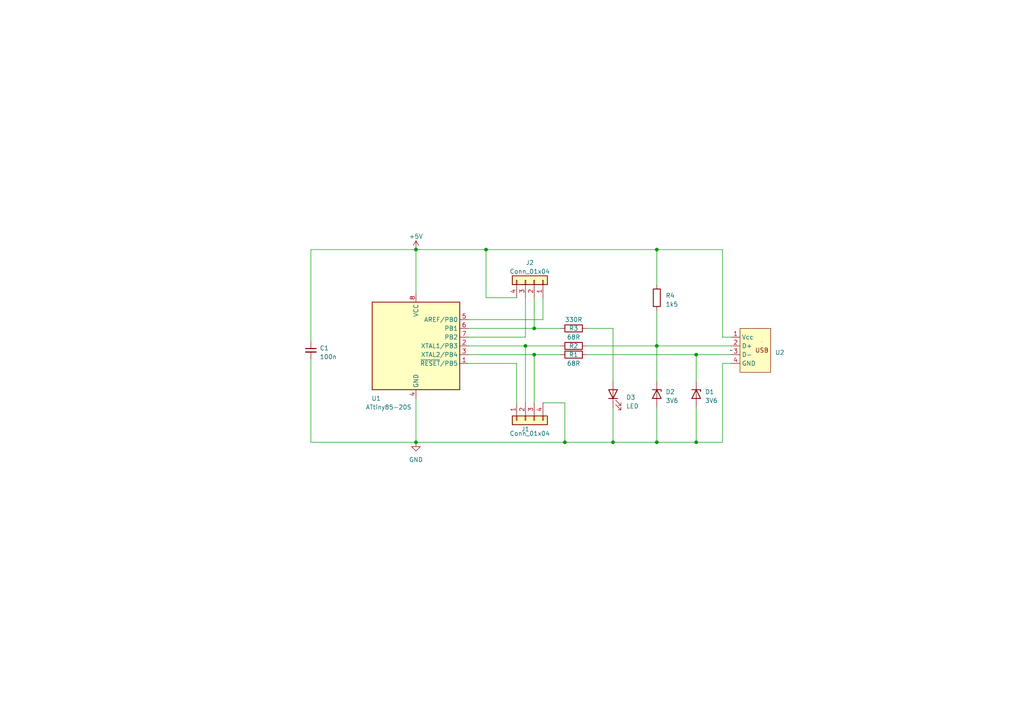
<source format=kicad_sch>
(kicad_sch (version 20230121) (generator eeschema)
  (paper "A4")
  (lib_symbols
    (symbol "Connector_Generic:Conn_01x04" (pin_names (offset 1.016) hide)
      (property "Reference" "J" (at 0 5.08 0))
      (property "Value" "Conn_01x04" (at 0 -7.62 0))
      (symbol "Conn_01x04_1_1"
        (rectangle (start -1.27 -4.953) (end 0 -5.207) (stroke (width 0.1524)))
        (rectangle (start -1.27 -2.413) (end 0 -2.667) (stroke (width 0.1524)))
        (rectangle (start -1.27 0.127) (end 0 -0.127) (stroke (width 0.1524)))
        (rectangle (start -1.27 2.667) (end 0 2.413) (stroke (width 0.1524)))
        (rectangle (start -1.27 3.81) (end 1.27 -6.35) (stroke (width 0.254)) (fill (type background)))
        (pin passive line (at -5.08 2.54 0) (length 3.81) (name "Pin_1") (number "1"))
        (pin passive line (at -5.08 0 0) (length 3.81) (name "Pin_2") (number "2"))
        (pin passive line (at -5.08 -2.54 0) (length 3.81) (name "Pin_3") (number "3"))
        (pin passive line (at -5.08 -5.08 0) (length 3.81) (name "Pin_4") (number "4"))
      )
    )
    (symbol "Device:C_Small" (pin_numbers hide) (pin_names (offset 0.254) hide)
      (property "Reference" "C" (at 0.254 1.778 0))
      (property "Value" "C_Small" (at 0.254 -2.032 0))
      (symbol "C_Small_0_1"
        (polyline (pts (xy -1.524 -0.508) (xy 1.524 -0.508)) (stroke (width 0.3302)))
        (polyline (pts (xy -1.524 0.508) (xy 1.524 0.508)) (stroke (width 0.3048)))
      )
      (symbol "C_Small_1_1"
        (pin passive line (at 0 2.54 270) (length 2.032) (name "~") (number "1"))
        (pin passive line (at 0 -2.54 90) (length 2.032) (name "~") (number "2"))
      )
    )
    (symbol "Device:D_Zener" (pin_numbers hide) (pin_names (offset 1.016) hide)
      (property "Reference" "D" (at 0 2.54 0))
      (property "Value" "D_Zener" (at 0 -2.54 0))
      (symbol "D_Zener_0_1"
        (polyline (pts (xy 1.27 0) (xy -1.27 0)))
        (polyline (pts (xy -1.27 -1.27) (xy -1.27 1.27) (xy -0.762 1.27)) (stroke (width 0.254)))
        (polyline (pts (xy 1.27 -1.27) (xy 1.27 1.27) (xy -1.27 0) (xy 1.27 -1.27)) (stroke (width 0.254)))
      )
      (symbol "D_Zener_1_1"
        (pin passive line (at -3.81 0 0) (length 2.54) (name "K") (number "1"))
        (pin passive line (at 3.81 0 180) (length 2.54) (name "A") (number "2"))
      )
    )
    (symbol "Device:LED" (pin_numbers hide) (pin_names (offset 1.016) hide)
      (property "Reference" "D" (at 0 2.54 0))
      (property "Value" "LED" (at 0 -2.54 0))
      (symbol "LED_0_1"
        (polyline (pts (xy -1.27 -1.27) (xy -1.27 1.27)) (stroke (width 0.254)))
        (polyline (pts (xy -1.27 0) (xy 1.27 0)))
        (polyline (pts (xy 1.27 -1.27) (xy 1.27 1.27) (xy -1.27 0) (xy 1.27 -1.27)) (stroke (width 0.254)))
        (polyline (pts (xy -3.048 -0.762) (xy -4.572 -2.286) (xy -3.81 -2.286) (xy -4.572 -2.286) (xy -4.572 -1.524)))
        (polyline (pts (xy -1.778 -0.762) (xy -3.302 -2.286) (xy -2.54 -2.286) (xy -3.302 -2.286) (xy -3.302 -1.524)))
      )
      (symbol "LED_1_1"
        (pin passive line (at -3.81 0 0) (length 2.54) (name "K") (number "1"))
        (pin passive line (at 3.81 0 180) (length 2.54) (name "A") (number "2"))
      )
    )
    (symbol "Device:R" (pin_numbers hide) (pin_names (offset 0))
      (property "Reference" "R" (at 2.032 0 90))
      (property "Value" "R" (at 0 0 90))
      (symbol "R_0_1"
        (rectangle (start -1.016 -2.54) (end 1.016 2.54) (stroke (width 0.254)))
      )
      (symbol "R_1_1"
        (pin passive line (at 0 3.81 270) (length 1.27) (name "~") (number "1"))
        (pin passive line (at 0 -3.81 90) (length 1.27) (name "~") (number "2"))
      )
    )
    (symbol "Hai_Library:PCB_USB_connector"
      (property "Reference" "U" (at 0 0 0))
      (symbol "PCB_USB_connector_0_1"
        (rectangle (start 2.54 6.35) (end 11.43 -6.35) (fill (type background)))
        (rectangle (start 6.35 3.81) (end 6.35 3.81))
        (rectangle (start 8.89 2.54) (end 8.89 2.54))
        (text "USB\n" (at 8.89 0 0) (effects (font (size 1.27 1.27))))
      )
      (symbol "PCB_USB_connector_1_1"
        (pin power_in line (at 0 3.81 0) (length 2.54) (name "Vcc") (number "1"))
        (pin bidirectional line (at 0 1.27 0) (length 2.54) (name "D+") (number "2"))
        (pin bidirectional line (at 0 -1.27 0) (length 2.54) (name "D-") (number "3"))
        (pin power_in line (at 0 -3.81 0) (length 2.54) (name "GND") (number "4"))
      )
    )
    (symbol "MCU_Microchip_ATtiny:ATtiny85-20S"
      (property "Reference" "U" (at -12.7 13.97 0))
      (property "Value" "ATtiny85-20S" (at 2.54 -13.97 0))
      (symbol "ATtiny85-20S_0_1"
        (rectangle (start -12.7 -12.7) (end 12.7 12.7) (stroke (width 0.254)) (fill (type background)))
      )
      (symbol "ATtiny85-20S_1_1"
        (pin bidirectional line (at 15.24 -5.08 180) (length 2.54) (name "~{RESET}/PB5") (number "1"))
        (pin bidirectional line (at 15.24 0 180) (length 2.54) (name "XTAL1/PB3") (number "2"))
        (pin bidirectional line (at 15.24 -2.54 180) (length 2.54) (name "XTAL2/PB4") (number "3"))
        (pin power_in line (at 0 -15.24 90) (length 2.54) (name "GND") (number "4"))
        (pin bidirectional line (at 15.24 7.62 180) (length 2.54) (name "AREF/PB0") (number "5"))
        (pin bidirectional line (at 15.24 5.08 180) (length 2.54) (name "PB1") (number "6"))
        (pin bidirectional line (at 15.24 2.54 180) (length 2.54) (name "PB2") (number "7"))
        (pin power_in line (at 0 15.24 270) (length 2.54) (name "VCC") (number "8"))
      )
    )
    (symbol "power:+5V" (power) (pin_numbers hide) (pin_names (offset 0) hide)
      (property "Value" "+5V" (at 0 3.556 0))
      (symbol "+5V_0_1"
        (polyline (pts (xy -0.762 1.27) (xy 0 2.54)))
        (polyline (pts (xy 0 0) (xy 0 2.54)))
        (polyline (pts (xy 0 2.54) (xy 0.762 1.27)))
      )
      (symbol "+5V_1_1"
        (pin power_in line (at 0 0 90) (length 0) hide (name "+5V") (number "1"))
      )
    )
    (symbol "power:GND" (power) (pin_numbers hide) (pin_names (offset 0) hide)
      (property "Value" "GND" (at 0 -3.81 0))
      (symbol "GND_0_1"
        (polyline (pts (xy 0 0) (xy 0 -1.27) (xy 1.27 -1.27) (xy 0 -2.54) (xy -1.27 -1.27) (xy 0 -1.27)))
      )
      (symbol "GND_1_1"
        (pin power_in line (at 0 0 270) (length 0) hide (name "GND") (number "1"))
      )
    )
  )
  (junction (at 201.93 102.87))
  (junction (at 152.4 100.33))
  (junction (at 190.5 128.27))
  (junction (at 120.65 72.39))
  (junction (at 154.94 102.87))
  (junction (at 190.5 72.39))
  (junction (at 177.8 128.27))
  (junction (at 163.83 128.27))
  (junction (at 190.5 100.33))
  (junction (at 120.65 128.27))
  (junction (at 140.97 72.39))
  (junction (at 154.94 95.25))
  (junction (at 201.93 128.27))
  (wire (pts (xy 120.65 115.57) (xy 120.65 128.27)))
  (wire (pts (xy 170.18 95.25) (xy 177.8 95.25)))
  (wire (pts (xy 190.5 90.17) (xy 190.5 100.33)))
  (wire (pts (xy 177.8 128.27) (xy 190.5 128.27)))
  (wire (pts (xy 120.65 128.27) (xy 163.83 128.27)))
  (wire (pts (xy 120.65 72.39) (xy 120.65 85.09)))
  (wire (pts (xy 152.4 116.84) (xy 152.4 100.33)))
  (wire (pts (xy 163.83 116.84) (xy 163.83 128.27)))
  (wire (pts (xy 212.09 105.41) (xy 209.55 105.41)))
  (wire (pts (xy 152.4 100.33) (xy 135.89 100.33)))
  (wire (pts (xy 90.17 99.06) (xy 90.17 72.39)))
  (wire (pts (xy 209.55 97.79) (xy 209.55 72.39)))
  (wire (pts (xy 190.5 100.33) (xy 212.09 100.33)))
  (wire (pts (xy 154.94 95.25) (xy 135.89 95.25)))
  (wire (pts (xy 190.5 72.39) (xy 140.97 72.39)))
  (wire (pts (xy 190.5 118.11) (xy 190.5 128.27)))
  (wire (pts (xy 201.93 128.27) (xy 190.5 128.27)))
  (wire (pts (xy 90.17 128.27) (xy 90.17 104.14)))
  (wire (pts (xy 201.93 102.87) (xy 212.09 102.87)))
  (wire (pts (xy 209.55 72.39) (xy 190.5 72.39)))
  (wire (pts (xy 212.09 97.79) (xy 209.55 97.79)))
  (wire (pts (xy 135.89 102.87) (xy 154.94 102.87)))
  (wire (pts (xy 190.5 82.55) (xy 190.5 72.39)))
  (wire (pts (xy 149.86 105.41) (xy 135.89 105.41)))
  (wire (pts (xy 157.48 116.84) (xy 163.83 116.84)))
  (wire (pts (xy 152.4 86.36) (xy 152.4 97.79)))
  (wire (pts (xy 163.83 128.27) (xy 177.8 128.27)))
  (wire (pts (xy 154.94 95.25) (xy 162.56 95.25)))
  (wire (pts (xy 201.93 118.11) (xy 201.93 128.27)))
  (wire (pts (xy 152.4 100.33) (xy 162.56 100.33)))
  (wire (pts (xy 154.94 102.87) (xy 154.94 116.84)))
  (wire (pts (xy 140.97 72.39) (xy 120.65 72.39)))
  (wire (pts (xy 157.48 92.71) (xy 135.89 92.71)))
  (wire (pts (xy 154.94 102.87) (xy 162.56 102.87)))
  (wire (pts (xy 152.4 97.79) (xy 135.89 97.79)))
  (wire (pts (xy 209.55 128.27) (xy 201.93 128.27)))
  (wire (pts (xy 170.18 102.87) (xy 201.93 102.87)))
  (wire (pts (xy 190.5 100.33) (xy 170.18 100.33)))
  (wire (pts (xy 209.55 105.41) (xy 209.55 128.27)))
  (wire (pts (xy 201.93 102.87) (xy 201.93 110.49)))
  (wire (pts (xy 140.97 86.36) (xy 140.97 72.39)))
  (wire (pts (xy 157.48 86.36) (xy 157.48 92.71)))
  (wire (pts (xy 90.17 72.39) (xy 120.65 72.39)))
  (wire (pts (xy 190.5 100.33) (xy 190.5 110.49)))
  (wire (pts (xy 154.94 86.36) (xy 154.94 95.25)))
  (wire (pts (xy 177.8 95.25) (xy 177.8 110.49)))
  (wire (pts (xy 149.86 116.84) (xy 149.86 105.41)))
  (wire (pts (xy 120.65 128.27) (xy 90.17 128.27)))
  (wire (pts (xy 149.86 86.36) (xy 140.97 86.36)))
  (wire (pts (xy 177.8 118.11) (xy 177.8 128.27)))
  (symbol (lib_id "Device:R") (at 190.5 86.36 0) (unit 1)
    (property "Reference" "R4" (at 193.04 85.725 0) (effects (justify left)))
    (property "Value" "1k5" (at 193.04 88.265 0) (effects (justify left)))
    (property "Footprint" "Resistor_SMD:R_0805_2012Metric_Pad1.20x1.40mm_HandSolder" (effects hide))
  )
  (symbol (lib_id "Hai_Library:PCB_USB_connector") (at 212.09 101.6 0) (unit 1)
    (property "Reference" "U2" (at 224.79 102.235 0) (effects (justify left)))
    (property "Value" "~" (at 212.09 101.6 0))
    (property "Footprint" "Hai_Library:PCB_USB_connector" (effects hide))
  )
  (symbol (lib_id "Device:C_Small") (at 90.17 101.6 0) (unit 1)
    (property "Reference" "C1" (at 92.71 100.9713 0) (effects (justify left)))
    (property "Value" "100n" (at 92.71 103.5113 0) (effects (justify left)))
    (property "Footprint" "Capacitor_SMD:C_1206_3216Metric_Pad1.33x1.80mm_HandSolder" (effects hide))
  )
  (symbol (lib_id "Device:LED") (at 177.8 114.3 90) (unit 1)
    (property "Reference" "D3" (at 181.61 115.2525 90) (effects (justify right)))
    (property "Value" "LED" (at 181.61 117.7925 90) (effects (justify right)))
    (property "Footprint" "LED_SMD:LED_1206_3216Metric_Pad1.42x1.75mm_HandSolder" (effects hide))
  )
  (symbol (lib_id "Device:R") (at 166.37 100.33 90) (unit 1)
    (property "Reference" "R2" (at 166.37 100.33 90))
    (property "Value" "68R" (at 166.37 97.79 90))
    (property "Footprint" "Resistor_SMD:R_0805_2012Metric_Pad1.20x1.40mm_HandSolder" (effects hide))
  )
  (symbol (lib_id "Connector_Generic:Conn_01x04") (at 154.94 81.28 270) (mirror x) (unit 1)
    (property "Reference" "J2" (at 153.67 76.2 90))
    (property "Value" "Conn_01x04" (at 153.67 78.74 90))
    (property "Footprint" "Connector_PinHeader_2.54mm:PinHeader_1x04_P2.54mm_Vertical" (effects hide))
  )
  (symbol (lib_id "Device:R") (at 166.37 102.87 90) (unit 1)
    (property "Reference" "R1" (at 166.37 102.87 90))
    (property "Value" "68R" (at 166.37 105.41 90))
    (property "Footprint" "Resistor_SMD:R_0805_2012Metric_Pad1.20x1.40mm_HandSolder" (effects hide))
  )
  (symbol (lib_id "Connector_Generic:Conn_01x04") (at 152.4 121.92 90) (mirror x) (unit 1)
    (property "Reference" "J1" (at 152.4 124.46 90))
    (property "Value" "Conn_01x04" (at 153.67 125.73 90))
    (property "Footprint" "Connector_PinHeader_2.54mm:PinHeader_1x04_P2.54mm_Vertical" (effects hide))
  )
  (symbol (lib_id "Device:D_Zener") (at 201.93 114.3 270) (unit 1)
    (property "Reference" "D1" (at 204.47 113.665 90) (effects (justify left)))
    (property "Value" "3V6" (at 204.47 116.205 90) (effects (justify left)))
    (property "Footprint" "Diode_SMD:D_SOD-123" (effects hide))
  )
  (symbol (lib_id "MCU_Microchip_ATtiny:ATtiny85-20S") (at 120.65 100.33 0) (unit 1)
    (property "Reference" "U1" (at 110.49 115.57 0) (effects (justify right)))
    (property "Value" "ATtiny85-20S" (at 119.38 118.11 0) (effects (justify right)))
    (property "Footprint" "Package_SO:SOIC-8W_5.3x5.3mm_P1.27mm" (effects hide))
    (property "Datasheet" "http://ww1.microchip.com/downloads/en/DeviceDoc/atmel-2586-avr-8-bit-microcontroller-attiny25-attiny45-attiny85_datasheet.pdf" (effects hide))
  )
  (symbol (lib_id "Device:R") (at 166.37 95.25 90) (unit 1)
    (property "Reference" "R3" (at 166.37 95.25 90))
    (property "Value" "330R" (at 166.37 92.71 90))
    (property "Footprint" "Resistor_SMD:R_0805_2012Metric_Pad1.20x1.40mm_HandSolder" (effects hide))
  )
  (symbol (lib_id "Device:D_Zener") (at 190.5 114.3 270) (unit 1)
    (property "Reference" "D2" (at 193.04 113.665 90) (effects (justify left)))
    (property "Value" "3V6" (at 193.04 116.205 90) (effects (justify left)))
    (property "Footprint" "Diode_SMD:D_SOD-123" (effects hide))
  )
  (symbol (lib_id "power:+5V") (at 120.65 72.39 0) (unit 1)
    (property "Reference" "#PWR01" (effects hide))
    (property "Value" "+5V" (at 120.65 68.58 0))
  )
  (symbol (lib_id "power:GND") (at 120.65 128.27 0) (unit 1)
    (property "Reference" "#PWR02" (effects hide))
    (property "Value" "GND" (at 120.65 133.35 0))
  )
)
</source>
